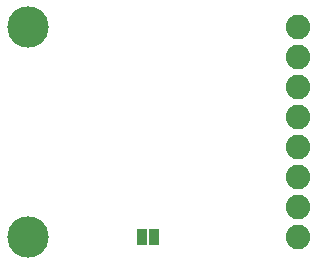
<source format=gbr>
G04 EAGLE Gerber RS-274X export*
G75*
%MOMM*%
%FSLAX34Y34*%
%LPD*%
%INSoldermask Bottom*%
%IPPOS*%
%AMOC8*
5,1,8,0,0,1.08239X$1,22.5*%
G01*
%ADD10C,3.505200*%
%ADD11R,0.838200X1.473200*%
%ADD12C,2.082800*%


D10*
X25400Y25400D03*
X25400Y203200D03*
D11*
X121920Y25400D03*
X132080Y25400D03*
D12*
X254000Y50800D03*
X254000Y76200D03*
X254000Y101600D03*
X254000Y127000D03*
X254000Y152400D03*
X254000Y177800D03*
X254000Y203200D03*
X254000Y25400D03*
M02*

</source>
